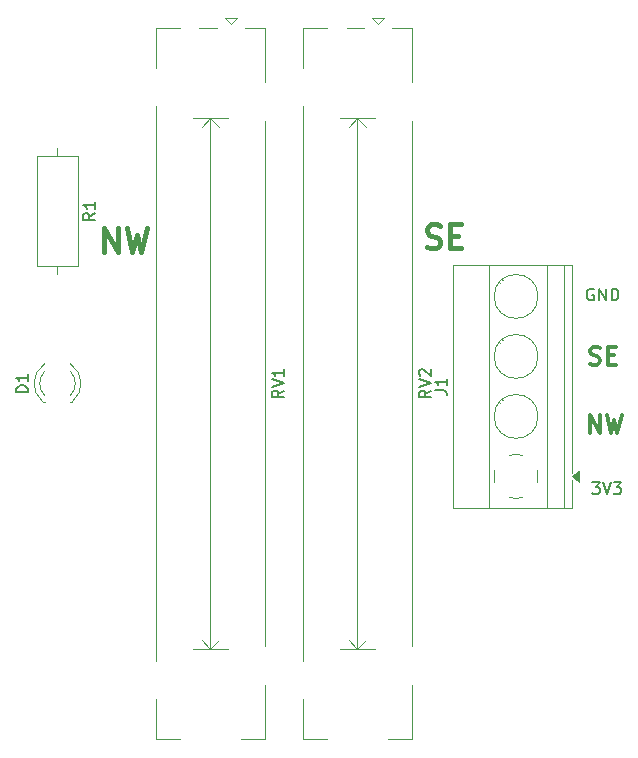
<source format=gbr>
%TF.GenerationSoftware,KiCad,Pcbnew,9.0.0*%
%TF.CreationDate,2025-03-25T15:05:36+01:00*%
%TF.ProjectId,LEDstripCtrl,4c454473-7472-4697-9043-74726c2e6b69,rev?*%
%TF.SameCoordinates,Original*%
%TF.FileFunction,Legend,Top*%
%TF.FilePolarity,Positive*%
%FSLAX46Y46*%
G04 Gerber Fmt 4.6, Leading zero omitted, Abs format (unit mm)*
G04 Created by KiCad (PCBNEW 9.0.0) date 2025-03-25 15:05:36*
%MOMM*%
%LPD*%
G01*
G04 APERTURE LIST*
%ADD10C,0.300000*%
%ADD11C,0.400000*%
%ADD12C,0.200000*%
%ADD13C,0.150000*%
%ADD14C,0.120000*%
G04 APERTURE END LIST*
D10*
X174354510Y-115000828D02*
X174354510Y-113500828D01*
X174354510Y-113500828D02*
X175211653Y-115000828D01*
X175211653Y-115000828D02*
X175211653Y-113500828D01*
X175783082Y-113500828D02*
X176140225Y-115000828D01*
X176140225Y-115000828D02*
X176425939Y-113929400D01*
X176425939Y-113929400D02*
X176711654Y-115000828D01*
X176711654Y-115000828D02*
X177068797Y-113500828D01*
D11*
X160544109Y-99239200D02*
X160829823Y-99334438D01*
X160829823Y-99334438D02*
X161306014Y-99334438D01*
X161306014Y-99334438D02*
X161496490Y-99239200D01*
X161496490Y-99239200D02*
X161591728Y-99143961D01*
X161591728Y-99143961D02*
X161686966Y-98953485D01*
X161686966Y-98953485D02*
X161686966Y-98763009D01*
X161686966Y-98763009D02*
X161591728Y-98572533D01*
X161591728Y-98572533D02*
X161496490Y-98477295D01*
X161496490Y-98477295D02*
X161306014Y-98382057D01*
X161306014Y-98382057D02*
X160925061Y-98286819D01*
X160925061Y-98286819D02*
X160734585Y-98191580D01*
X160734585Y-98191580D02*
X160639347Y-98096342D01*
X160639347Y-98096342D02*
X160544109Y-97905866D01*
X160544109Y-97905866D02*
X160544109Y-97715390D01*
X160544109Y-97715390D02*
X160639347Y-97524914D01*
X160639347Y-97524914D02*
X160734585Y-97429676D01*
X160734585Y-97429676D02*
X160925061Y-97334438D01*
X160925061Y-97334438D02*
X161401252Y-97334438D01*
X161401252Y-97334438D02*
X161686966Y-97429676D01*
X162544109Y-98286819D02*
X163210776Y-98286819D01*
X163496490Y-99334438D02*
X162544109Y-99334438D01*
X162544109Y-99334438D02*
X162544109Y-97334438D01*
X162544109Y-97334438D02*
X163496490Y-97334438D01*
D12*
X174693482Y-102814838D02*
X174598244Y-102767219D01*
X174598244Y-102767219D02*
X174455387Y-102767219D01*
X174455387Y-102767219D02*
X174312530Y-102814838D01*
X174312530Y-102814838D02*
X174217292Y-102910076D01*
X174217292Y-102910076D02*
X174169673Y-103005314D01*
X174169673Y-103005314D02*
X174122054Y-103195790D01*
X174122054Y-103195790D02*
X174122054Y-103338647D01*
X174122054Y-103338647D02*
X174169673Y-103529123D01*
X174169673Y-103529123D02*
X174217292Y-103624361D01*
X174217292Y-103624361D02*
X174312530Y-103719600D01*
X174312530Y-103719600D02*
X174455387Y-103767219D01*
X174455387Y-103767219D02*
X174550625Y-103767219D01*
X174550625Y-103767219D02*
X174693482Y-103719600D01*
X174693482Y-103719600D02*
X174741101Y-103671980D01*
X174741101Y-103671980D02*
X174741101Y-103338647D01*
X174741101Y-103338647D02*
X174550625Y-103338647D01*
X175169673Y-103767219D02*
X175169673Y-102767219D01*
X175169673Y-102767219D02*
X175741101Y-103767219D01*
X175741101Y-103767219D02*
X175741101Y-102767219D01*
X176217292Y-103767219D02*
X176217292Y-102767219D01*
X176217292Y-102767219D02*
X176455387Y-102767219D01*
X176455387Y-102767219D02*
X176598244Y-102814838D01*
X176598244Y-102814838D02*
X176693482Y-102910076D01*
X176693482Y-102910076D02*
X176741101Y-103005314D01*
X176741101Y-103005314D02*
X176788720Y-103195790D01*
X176788720Y-103195790D02*
X176788720Y-103338647D01*
X176788720Y-103338647D02*
X176741101Y-103529123D01*
X176741101Y-103529123D02*
X176693482Y-103624361D01*
X176693482Y-103624361D02*
X176598244Y-103719600D01*
X176598244Y-103719600D02*
X176455387Y-103767219D01*
X176455387Y-103767219D02*
X176217292Y-103767219D01*
D10*
X174383082Y-109129400D02*
X174597368Y-109200828D01*
X174597368Y-109200828D02*
X174954510Y-109200828D01*
X174954510Y-109200828D02*
X175097368Y-109129400D01*
X175097368Y-109129400D02*
X175168796Y-109057971D01*
X175168796Y-109057971D02*
X175240225Y-108915114D01*
X175240225Y-108915114D02*
X175240225Y-108772257D01*
X175240225Y-108772257D02*
X175168796Y-108629400D01*
X175168796Y-108629400D02*
X175097368Y-108557971D01*
X175097368Y-108557971D02*
X174954510Y-108486542D01*
X174954510Y-108486542D02*
X174668796Y-108415114D01*
X174668796Y-108415114D02*
X174525939Y-108343685D01*
X174525939Y-108343685D02*
X174454510Y-108272257D01*
X174454510Y-108272257D02*
X174383082Y-108129400D01*
X174383082Y-108129400D02*
X174383082Y-107986542D01*
X174383082Y-107986542D02*
X174454510Y-107843685D01*
X174454510Y-107843685D02*
X174525939Y-107772257D01*
X174525939Y-107772257D02*
X174668796Y-107700828D01*
X174668796Y-107700828D02*
X175025939Y-107700828D01*
X175025939Y-107700828D02*
X175240225Y-107772257D01*
X175883081Y-108415114D02*
X176383081Y-108415114D01*
X176597367Y-109200828D02*
X175883081Y-109200828D01*
X175883081Y-109200828D02*
X175883081Y-107700828D01*
X175883081Y-107700828D02*
X176597367Y-107700828D01*
D12*
X174574435Y-119167219D02*
X175193482Y-119167219D01*
X175193482Y-119167219D02*
X174860149Y-119548171D01*
X174860149Y-119548171D02*
X175003006Y-119548171D01*
X175003006Y-119548171D02*
X175098244Y-119595790D01*
X175098244Y-119595790D02*
X175145863Y-119643409D01*
X175145863Y-119643409D02*
X175193482Y-119738647D01*
X175193482Y-119738647D02*
X175193482Y-119976742D01*
X175193482Y-119976742D02*
X175145863Y-120071980D01*
X175145863Y-120071980D02*
X175098244Y-120119600D01*
X175098244Y-120119600D02*
X175003006Y-120167219D01*
X175003006Y-120167219D02*
X174717292Y-120167219D01*
X174717292Y-120167219D02*
X174622054Y-120119600D01*
X174622054Y-120119600D02*
X174574435Y-120071980D01*
X175479197Y-119167219D02*
X175812530Y-120167219D01*
X175812530Y-120167219D02*
X176145863Y-119167219D01*
X176383959Y-119167219D02*
X177003006Y-119167219D01*
X177003006Y-119167219D02*
X176669673Y-119548171D01*
X176669673Y-119548171D02*
X176812530Y-119548171D01*
X176812530Y-119548171D02*
X176907768Y-119595790D01*
X176907768Y-119595790D02*
X176955387Y-119643409D01*
X176955387Y-119643409D02*
X177003006Y-119738647D01*
X177003006Y-119738647D02*
X177003006Y-119976742D01*
X177003006Y-119976742D02*
X176955387Y-120071980D01*
X176955387Y-120071980D02*
X176907768Y-120119600D01*
X176907768Y-120119600D02*
X176812530Y-120167219D01*
X176812530Y-120167219D02*
X176526816Y-120167219D01*
X176526816Y-120167219D02*
X176431578Y-120119600D01*
X176431578Y-120119600D02*
X176383959Y-120071980D01*
D11*
X133239347Y-99634438D02*
X133239347Y-97634438D01*
X133239347Y-97634438D02*
X134382204Y-99634438D01*
X134382204Y-99634438D02*
X134382204Y-97634438D01*
X135144109Y-97634438D02*
X135620299Y-99634438D01*
X135620299Y-99634438D02*
X136001252Y-98205866D01*
X136001252Y-98205866D02*
X136382204Y-99634438D01*
X136382204Y-99634438D02*
X136858395Y-97634438D01*
D13*
X148454819Y-111395238D02*
X147978628Y-111728571D01*
X148454819Y-111966666D02*
X147454819Y-111966666D01*
X147454819Y-111966666D02*
X147454819Y-111585714D01*
X147454819Y-111585714D02*
X147502438Y-111490476D01*
X147502438Y-111490476D02*
X147550057Y-111442857D01*
X147550057Y-111442857D02*
X147645295Y-111395238D01*
X147645295Y-111395238D02*
X147788152Y-111395238D01*
X147788152Y-111395238D02*
X147883390Y-111442857D01*
X147883390Y-111442857D02*
X147931009Y-111490476D01*
X147931009Y-111490476D02*
X147978628Y-111585714D01*
X147978628Y-111585714D02*
X147978628Y-111966666D01*
X147454819Y-111109523D02*
X148454819Y-110776190D01*
X148454819Y-110776190D02*
X147454819Y-110442857D01*
X148454819Y-109585714D02*
X148454819Y-110157142D01*
X148454819Y-109871428D02*
X147454819Y-109871428D01*
X147454819Y-109871428D02*
X147597676Y-109966666D01*
X147597676Y-109966666D02*
X147692914Y-110061904D01*
X147692914Y-110061904D02*
X147740533Y-110157142D01*
X126794819Y-111538094D02*
X125794819Y-111538094D01*
X125794819Y-111538094D02*
X125794819Y-111299999D01*
X125794819Y-111299999D02*
X125842438Y-111157142D01*
X125842438Y-111157142D02*
X125937676Y-111061904D01*
X125937676Y-111061904D02*
X126032914Y-111014285D01*
X126032914Y-111014285D02*
X126223390Y-110966666D01*
X126223390Y-110966666D02*
X126366247Y-110966666D01*
X126366247Y-110966666D02*
X126556723Y-111014285D01*
X126556723Y-111014285D02*
X126651961Y-111061904D01*
X126651961Y-111061904D02*
X126747200Y-111157142D01*
X126747200Y-111157142D02*
X126794819Y-111299999D01*
X126794819Y-111299999D02*
X126794819Y-111538094D01*
X126794819Y-110014285D02*
X126794819Y-110585713D01*
X126794819Y-110299999D02*
X125794819Y-110299999D01*
X125794819Y-110299999D02*
X125937676Y-110395237D01*
X125937676Y-110395237D02*
X126032914Y-110490475D01*
X126032914Y-110490475D02*
X126080533Y-110585713D01*
X161257319Y-111383333D02*
X161971604Y-111383333D01*
X161971604Y-111383333D02*
X162114461Y-111430952D01*
X162114461Y-111430952D02*
X162209700Y-111526190D01*
X162209700Y-111526190D02*
X162257319Y-111669047D01*
X162257319Y-111669047D02*
X162257319Y-111764285D01*
X162257319Y-110383333D02*
X162257319Y-110954761D01*
X162257319Y-110669047D02*
X161257319Y-110669047D01*
X161257319Y-110669047D02*
X161400176Y-110764285D01*
X161400176Y-110764285D02*
X161495414Y-110859523D01*
X161495414Y-110859523D02*
X161543033Y-110954761D01*
X160904819Y-111395238D02*
X160428628Y-111728571D01*
X160904819Y-111966666D02*
X159904819Y-111966666D01*
X159904819Y-111966666D02*
X159904819Y-111585714D01*
X159904819Y-111585714D02*
X159952438Y-111490476D01*
X159952438Y-111490476D02*
X160000057Y-111442857D01*
X160000057Y-111442857D02*
X160095295Y-111395238D01*
X160095295Y-111395238D02*
X160238152Y-111395238D01*
X160238152Y-111395238D02*
X160333390Y-111442857D01*
X160333390Y-111442857D02*
X160381009Y-111490476D01*
X160381009Y-111490476D02*
X160428628Y-111585714D01*
X160428628Y-111585714D02*
X160428628Y-111966666D01*
X159904819Y-111109523D02*
X160904819Y-110776190D01*
X160904819Y-110776190D02*
X159904819Y-110442857D01*
X160000057Y-110157142D02*
X159952438Y-110109523D01*
X159952438Y-110109523D02*
X159904819Y-110014285D01*
X159904819Y-110014285D02*
X159904819Y-109776190D01*
X159904819Y-109776190D02*
X159952438Y-109680952D01*
X159952438Y-109680952D02*
X160000057Y-109633333D01*
X160000057Y-109633333D02*
X160095295Y-109585714D01*
X160095295Y-109585714D02*
X160190533Y-109585714D01*
X160190533Y-109585714D02*
X160333390Y-109633333D01*
X160333390Y-109633333D02*
X160904819Y-110204761D01*
X160904819Y-110204761D02*
X160904819Y-109585714D01*
X132474819Y-96366666D02*
X131998628Y-96699999D01*
X132474819Y-96938094D02*
X131474819Y-96938094D01*
X131474819Y-96938094D02*
X131474819Y-96557142D01*
X131474819Y-96557142D02*
X131522438Y-96461904D01*
X131522438Y-96461904D02*
X131570057Y-96414285D01*
X131570057Y-96414285D02*
X131665295Y-96366666D01*
X131665295Y-96366666D02*
X131808152Y-96366666D01*
X131808152Y-96366666D02*
X131903390Y-96414285D01*
X131903390Y-96414285D02*
X131951009Y-96461904D01*
X131951009Y-96461904D02*
X131998628Y-96557142D01*
X131998628Y-96557142D02*
X131998628Y-96938094D01*
X132474819Y-95414285D02*
X132474819Y-95985713D01*
X132474819Y-95699999D02*
X131474819Y-95699999D01*
X131474819Y-95699999D02*
X131617676Y-95795237D01*
X131617676Y-95795237D02*
X131712914Y-95890475D01*
X131712914Y-95890475D02*
X131760533Y-95985713D01*
D14*
%TO.C,RV1*%
X137630000Y-80680000D02*
X137630000Y-84065000D01*
X137630000Y-87336000D02*
X137630000Y-134265000D01*
X137630000Y-137536000D02*
X137630000Y-140920000D01*
X139677000Y-80680000D02*
X137630000Y-80680000D01*
X139710000Y-140920000D02*
X137630000Y-140920000D01*
X142250000Y-88300000D02*
X141500000Y-89050000D01*
X142250000Y-88300000D02*
X142250000Y-133300000D01*
X142250000Y-133300000D02*
X141500000Y-132550000D01*
X142825000Y-80680000D02*
X141322000Y-80680000D01*
X143000000Y-89050000D02*
X142250000Y-88300000D01*
X143000000Y-132550000D02*
X142250000Y-133300000D01*
X143500000Y-79875000D02*
X144000000Y-80375000D01*
X143750000Y-88300000D02*
X140750000Y-88300000D01*
X143750000Y-133300000D02*
X140750000Y-133300000D01*
X144000000Y-80375000D02*
X144500000Y-79875000D01*
X144500000Y-79875000D02*
X143500000Y-79875000D01*
X146870000Y-80680000D02*
X145175000Y-80680000D01*
X146870000Y-80680000D02*
X146870000Y-85265000D01*
X146870000Y-88536000D02*
X146870000Y-133065000D01*
X146870000Y-136336000D02*
X146870000Y-140920000D01*
X146870000Y-140920000D02*
X144823000Y-140920000D01*
%TO.C,D1*%
X128064000Y-112360000D02*
X128220000Y-112360000D01*
X130380000Y-112360000D02*
X130536000Y-112360000D01*
X128064484Y-112360000D02*
G75*
G02*
X128219939Y-109128603I1235516J1560000D01*
G01*
X128220000Y-111840961D02*
G75*
G02*
X128219951Y-109759090I1080000J1040961D01*
G01*
X130380049Y-109759090D02*
G75*
G02*
X130380000Y-111840961I-1080049J-1040910D01*
G01*
X130380061Y-109128603D02*
G75*
G02*
X130535516Y-112360000I-1080061J-1671397D01*
G01*
%TO.C,J1*%
X162802500Y-100770000D02*
X172842500Y-100770000D01*
X162802500Y-121330000D02*
X162802500Y-100770000D01*
X162802500Y-121330000D02*
X172842500Y-121330000D01*
X165822500Y-121330000D02*
X165822500Y-100770000D01*
X166711500Y-102246000D02*
X166755500Y-102290000D01*
X166711500Y-107326000D02*
X166755500Y-107370000D01*
X166711500Y-112406000D02*
X166755500Y-112450000D01*
X166938500Y-102019000D02*
X166982500Y-102063000D01*
X166938500Y-107099000D02*
X166982500Y-107143000D01*
X166938500Y-112179000D02*
X166982500Y-112223000D01*
X169262500Y-104797000D02*
X169305500Y-104841000D01*
X169262500Y-109877000D02*
X169305500Y-109921000D01*
X169262500Y-114957000D02*
X169305500Y-115001000D01*
X169489500Y-104570000D02*
X169532500Y-104614000D01*
X169489500Y-109650000D02*
X169532500Y-109694000D01*
X169489500Y-114730000D02*
X169532500Y-114774000D01*
X170722500Y-121330000D02*
X170722500Y-100770000D01*
X172222500Y-121330000D02*
X172222500Y-100770000D01*
X172842500Y-118370000D02*
X172842500Y-100770000D01*
X172842500Y-121330000D02*
X172842500Y-118970000D01*
X166342500Y-119210000D02*
G75*
G02*
X166342294Y-118130679I1780000J540000D01*
G01*
X167582500Y-116890000D02*
G75*
G02*
X168661821Y-116889794I540000J-1780013D01*
G01*
X168662500Y-120450000D02*
G75*
G02*
X167583179Y-120450206I-540000J1780000D01*
G01*
X169902500Y-118130000D02*
G75*
G02*
X169902706Y-119209321I-1780013J-540000D01*
G01*
X169982500Y-103430000D02*
G75*
G02*
X166262500Y-103430000I-1860000J0D01*
G01*
X166262500Y-103430000D02*
G75*
G02*
X169982500Y-103430000I1860000J0D01*
G01*
X169982500Y-108510000D02*
G75*
G02*
X166262500Y-108510000I-1860000J0D01*
G01*
X166262500Y-108510000D02*
G75*
G02*
X169982500Y-108510000I1860000J0D01*
G01*
X169982500Y-113590000D02*
G75*
G02*
X166262500Y-113590000I-1860000J0D01*
G01*
X166262500Y-113590000D02*
G75*
G02*
X169982500Y-113590000I1860000J0D01*
G01*
X173452500Y-119110000D02*
X172842500Y-118670000D01*
X173452500Y-118230000D01*
X173452500Y-119110000D01*
G36*
X173452500Y-119110000D02*
G01*
X172842500Y-118670000D01*
X173452500Y-118230000D01*
X173452500Y-119110000D01*
G37*
%TO.C,RV2*%
X150080000Y-80680000D02*
X150080000Y-84065000D01*
X150080000Y-87336000D02*
X150080000Y-134265000D01*
X150080000Y-137536000D02*
X150080000Y-140920000D01*
X152127000Y-80680000D02*
X150080000Y-80680000D01*
X152160000Y-140920000D02*
X150080000Y-140920000D01*
X154700000Y-88300000D02*
X153950000Y-89050000D01*
X154700000Y-88300000D02*
X154700000Y-133300000D01*
X154700000Y-133300000D02*
X153950000Y-132550000D01*
X155275000Y-80680000D02*
X153772000Y-80680000D01*
X155450000Y-89050000D02*
X154700000Y-88300000D01*
X155450000Y-132550000D02*
X154700000Y-133300000D01*
X155950000Y-79875000D02*
X156450000Y-80375000D01*
X156200000Y-88300000D02*
X153200000Y-88300000D01*
X156200000Y-133300000D02*
X153200000Y-133300000D01*
X156450000Y-80375000D02*
X156950000Y-79875000D01*
X156950000Y-79875000D02*
X155950000Y-79875000D01*
X159320000Y-80680000D02*
X157625000Y-80680000D01*
X159320000Y-80680000D02*
X159320000Y-85265000D01*
X159320000Y-88536000D02*
X159320000Y-133065000D01*
X159320000Y-136336000D02*
X159320000Y-140920000D01*
X159320000Y-140920000D02*
X157273000Y-140920000D01*
%TO.C,R1*%
X127580000Y-91580000D02*
X127580000Y-100820000D01*
X127580000Y-100820000D02*
X131020000Y-100820000D01*
X129300000Y-90890000D02*
X129300000Y-91580000D01*
X129300000Y-101510000D02*
X129300000Y-100820000D01*
X131020000Y-91580000D02*
X127580000Y-91580000D01*
X131020000Y-100820000D02*
X131020000Y-91580000D01*
%TD*%
M02*

</source>
